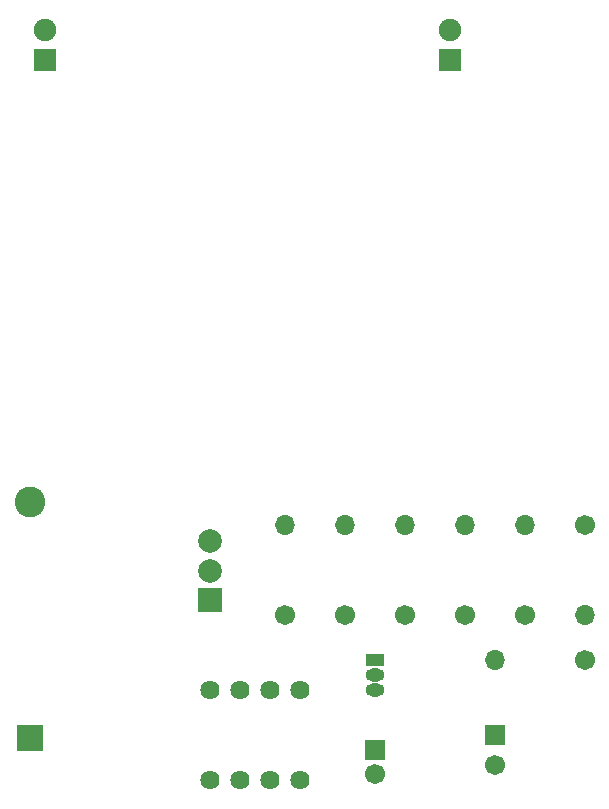
<source format=gbs>
G04 #@! TF.GenerationSoftware,KiCad,Pcbnew,(5.1.5)-3*
G04 #@! TF.CreationDate,2020-05-01T19:17:31-04:00*
G04 #@! TF.ProjectId,555_Badge,3535355f-4261-4646-9765-2e6b69636164,v01*
G04 #@! TF.SameCoordinates,Original*
G04 #@! TF.FileFunction,Soldermask,Bot*
G04 #@! TF.FilePolarity,Negative*
%FSLAX46Y46*%
G04 Gerber Fmt 4.6, Leading zero omitted, Abs format (unit mm)*
G04 Created by KiCad (PCBNEW (5.1.5)-3) date 2020-05-01 19:17:31*
%MOMM*%
%LPD*%
G04 APERTURE LIST*
%ADD10R,2.271600X2.271600*%
%ADD11C,2.601600*%
%ADD12R,1.701600X1.701600*%
%ADD13C,1.701600*%
%ADD14R,1.901600X1.901600*%
%ADD15C,1.901600*%
%ADD16O,1.601600X1.101600*%
%ADD17R,1.601600X1.101600*%
%ADD18O,1.701600X1.701600*%
%ADD19R,2.001600X2.001600*%
%ADD20C,2.001600*%
%ADD21C,1.625600*%
G04 APERTURE END LIST*
D10*
X139700000Y-123444000D03*
D11*
X139700000Y-103444000D03*
D12*
X168910000Y-124460000D03*
D13*
X168910000Y-126460000D03*
D12*
X179070000Y-123190000D03*
D13*
X179070000Y-125690000D03*
D14*
X140970000Y-66040000D03*
D15*
X140970000Y-63500000D03*
X175260000Y-63500000D03*
D14*
X175260000Y-66040000D03*
D16*
X168910000Y-118110000D03*
X168910000Y-119380000D03*
D17*
X168910000Y-116840000D03*
D13*
X161290000Y-113030000D03*
D18*
X161290000Y-105410000D03*
X166370000Y-105410000D03*
D13*
X166370000Y-113030000D03*
X181610000Y-113030000D03*
D18*
X181610000Y-105410000D03*
D13*
X186690000Y-105410000D03*
D18*
X186690000Y-113030000D03*
X179070000Y-116840000D03*
D13*
X186690000Y-116840000D03*
D18*
X171450000Y-105410000D03*
D13*
X171450000Y-113030000D03*
X176530000Y-113030000D03*
D18*
X176530000Y-105410000D03*
D19*
X154940000Y-111760000D03*
D20*
X154940000Y-109260000D03*
X154940000Y-106760000D03*
D21*
X162560000Y-119380000D03*
X160020000Y-127000000D03*
X154940000Y-127000000D03*
X157480000Y-127000000D03*
X162560000Y-127000000D03*
X160020000Y-119380000D03*
X157480000Y-119380000D03*
X154940000Y-119380000D03*
M02*

</source>
